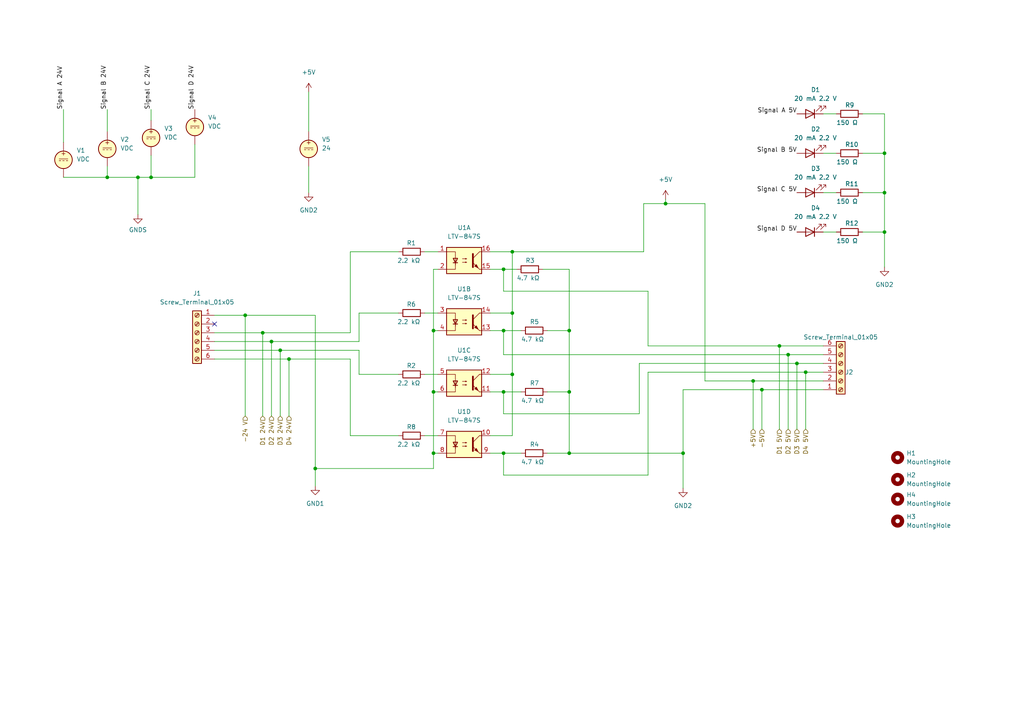
<source format=kicad_sch>
(kicad_sch (version 20230121) (generator eeschema)
  (paper "A4")
  (title_block (title "${project_title} - ${board_title}") (date "2022-08-11") (rev "${git_describe}") (company "${company}") (comment 1 "${drawn_by}") (comment 4 "${git_url}"))
  (lib_symbols
    (symbol "Connector:Screw_Terminal_01x06" (pin_names (offset 1.016) hide)
      (property "Reference" "J" (at 0 7.62 0))
      (property "Value" "Screw_Terminal_01x06" (at 0 -10.16 0))
      (symbol "Screw_Terminal_01x06_1_1"
        (rectangle (start -1.27 6.35) (end 1.27 -8.89) (stroke (width 0.254)) (fill (type background)))
        (circle (center 0 -7.62) (radius 0.635) (stroke (width 0.1524)))
        (circle (center 0 -5.08) (radius 0.635) (stroke (width 0.1524)))
        (circle (center 0 -2.54) (radius 0.635) (stroke (width 0.1524)))
        (polyline (pts (xy -0.5334 -7.2898) (xy 0.3302 -8.128)) (stroke (width 0.1524)))
        (polyline (pts (xy -0.5334 -4.7498) (xy 0.3302 -5.588)) (stroke (width 0.1524)))
        (polyline (pts (xy -0.5334 -2.2098) (xy 0.3302 -3.048)) (stroke (width 0.1524)))
        (polyline (pts (xy -0.5334 0.3302) (xy 0.3302 -0.508)) (stroke (width 0.1524)))
        (polyline (pts (xy -0.5334 2.8702) (xy 0.3302 2.032)) (stroke (width 0.1524)))
        (polyline (pts (xy -0.5334 5.4102) (xy 0.3302 4.572)) (stroke (width 0.1524)))
        (polyline (pts (xy -0.3556 -7.112) (xy 0.508 -7.9502)) (stroke (width 0.1524)))
        (polyline (pts (xy -0.3556 -4.572) (xy 0.508 -5.4102)) (stroke (width 0.1524)))
        (polyline (pts (xy -0.3556 -2.032) (xy 0.508 -2.8702)) (stroke (width 0.1524)))
        (polyline (pts (xy -0.3556 0.508) (xy 0.508 -0.3302)) (stroke (width 0.1524)))
        (polyline (pts (xy -0.3556 3.048) (xy 0.508 2.2098)) (stroke (width 0.1524)))
        (polyline (pts (xy -0.3556 5.588) (xy 0.508 4.7498)) (stroke (width 0.1524)))
        (circle (center 0 0) (radius 0.635) (stroke (width 0.1524)))
        (circle (center 0 2.54) (radius 0.635) (stroke (width 0.1524)))
        (circle (center 0 5.08) (radius 0.635) (stroke (width 0.1524)))
        (pin passive line (at -5.08 5.08 0) (length 3.81) (name "Pin_1") (number "1"))
        (pin passive line (at -5.08 2.54 0) (length 3.81) (name "Pin_2") (number "2"))
        (pin passive line (at -5.08 0 0) (length 3.81) (name "Pin_3") (number "3"))
        (pin passive line (at -5.08 -2.54 0) (length 3.81) (name "Pin_4") (number "4"))
        (pin passive line (at -5.08 -5.08 0) (length 3.81) (name "Pin_5") (number "5"))
        (pin passive line (at -5.08 -7.62 0) (length 3.81) (name "Pin_6") (number "6"))
      )
    )
    (symbol "Device:LED" (pin_numbers hide) (pin_names (offset 1.016) hide)
      (property "Reference" "D" (at 0 2.54 0))
      (property "Value" "LED" (at 0 -2.54 0))
      (symbol "LED_0_1"
        (polyline (pts (xy -1.27 -1.27) (xy -1.27 1.27)) (stroke (width 0.254)))
        (polyline (pts (xy -1.27 0) (xy 1.27 0)))
        (polyline (pts (xy 1.27 -1.27) (xy 1.27 1.27) (xy -1.27 0) (xy 1.27 -1.27)) (stroke (width 0.254)))
        (polyline (pts (xy -3.048 -0.762) (xy -4.572 -2.286) (xy -3.81 -2.286) (xy -4.572 -2.286) (xy -4.572 -1.524)))
        (polyline (pts (xy -1.778 -0.762) (xy -3.302 -2.286) (xy -2.54 -2.286) (xy -3.302 -2.286) (xy -3.302 -1.524)))
      )
      (symbol "LED_1_1"
        (pin passive line (at -3.81 0 0) (length 2.54) (name "K") (number "1"))
        (pin passive line (at 3.81 0 180) (length 2.54) (name "A") (number "2"))
      )
    )
    (symbol "Device:R" (pin_numbers hide) (pin_names (offset 0))
      (property "Reference" "R" (at 2.032 0 90))
      (property "Value" "R" (at 0 0 90))
      (symbol "R_0_1"
        (rectangle (start -1.016 -2.54) (end 1.016 2.54) (stroke (width 0.254)))
      )
      (symbol "R_1_1"
        (pin passive line (at 0 3.81 270) (length 1.27) (name "~") (number "1"))
        (pin passive line (at 0 -3.81 90) (length 1.27) (name "~") (number "2"))
      )
    )
    (symbol "Isolator:LTV-847S" (pin_names (offset 1.016))
      (property "Reference" "U" (at -3.81 5.08 0))
      (property "Value" "LTV-847S" (at 0 -5.08 0))
      (symbol "LTV-847S_0_1"
        (rectangle (start -5.08 3.81) (end 5.08 -3.81) (stroke (width 0.254)) (fill (type background)))
        (polyline (pts (xy -3.175 -0.635) (xy -1.905 -0.635)) (stroke (width 0.254)))
        (polyline (pts (xy 2.54 0.635) (xy 4.445 2.54)))
        (polyline (pts (xy 4.445 -2.54) (xy 2.54 -0.635)) (fill (type outline)))
        (polyline (pts (xy 4.445 -2.54) (xy 5.08 -2.54)))
        (polyline (pts (xy 4.445 2.54) (xy 5.08 2.54)))
        (polyline (pts (xy -2.54 -0.635) (xy -2.54 -2.54) (xy -5.08 -2.54)))
        (polyline (pts (xy 2.54 1.905) (xy 2.54 -1.905) (xy 2.54 -1.905)) (stroke (width 0.508)))
        (polyline (pts (xy -5.08 2.54) (xy -2.54 2.54) (xy -2.54 -1.27) (xy -2.54 0.635)))
        (polyline (pts (xy -2.54 -0.635) (xy -3.175 0.635) (xy -1.905 0.635) (xy -2.54 -0.635)) (stroke (width 0.254)))
        (polyline (pts (xy -0.508 -0.508) (xy 0.762 -0.508) (xy 0.381 -0.635) (xy 0.381 -0.381) (xy 0.762 -0.508)))
        (polyline (pts (xy -0.508 0.508) (xy 0.762 0.508) (xy 0.381 0.381) (xy 0.381 0.635) (xy 0.762 0.508)))
        (polyline (pts (xy 3.048 -1.651) (xy 3.556 -1.143) (xy 4.064 -2.159) (xy 3.048 -1.651) (xy 3.048 -1.651)) (fill (type outline)))
      )
      (symbol "LTV-847S_1_1"
        (pin passive line (at -7.62 2.54 0) (length 2.54) (name "~") (number "1"))
        (pin passive line (at 7.62 -2.54 180) (length 2.54) (name "~") (number "15"))
        (pin passive line (at 7.62 2.54 180) (length 2.54) (name "~") (number "16"))
        (pin passive line (at -7.62 -2.54 0) (length 2.54) (name "~") (number "2"))
      )
      (symbol "LTV-847S_2_1"
        (pin passive line (at 7.62 -2.54 180) (length 2.54) (name "~") (number "13"))
        (pin passive line (at 7.62 2.54 180) (length 2.54) (name "~") (number "14"))
        (pin passive line (at -7.62 2.54 0) (length 2.54) (name "~") (number "3"))
        (pin passive line (at -7.62 -2.54 0) (length 2.54) (name "~") (number "4"))
      )
      (symbol "LTV-847S_3_1"
        (pin passive line (at 7.62 -2.54 180) (length 2.54) (name "~") (number "11"))
        (pin passive line (at 7.62 2.54 180) (length 2.54) (name "~") (number "12"))
        (pin passive line (at -7.62 2.54 0) (length 2.54) (name "~") (number "5"))
        (pin passive line (at -7.62 -2.54 0) (length 2.54) (name "~") (number "6"))
      )
      (symbol "LTV-847S_4_1"
        (pin passive line (at 7.62 2.54 180) (length 2.54) (name "~") (number "10"))
        (pin passive line (at -7.62 2.54 0) (length 2.54) (name "~") (number "7"))
        (pin passive line (at -7.62 -2.54 0) (length 2.54) (name "~") (number "8"))
        (pin passive line (at 7.62 -2.54 180) (length 2.54) (name "~") (number "9"))
      )
    )
    (symbol "Mechanical:MountingHole" (pin_names (offset 1.016))
      (property "Reference" "H" (at 0 5.08 0))
      (property "Value" "MountingHole" (at 0 3.175 0))
      (symbol "MountingHole_0_1"
        (circle (center 0 0) (radius 1.27) (stroke (width 1.27)))
      )
    )
    (symbol "Simulation_SPICE:VDC" (pin_numbers hide) (pin_names (offset 0.0254))
      (property "Reference" "V" (at 2.54 2.54 0))
      (property "Value" "VDC" (at 2.54 0 0))
      (property "Spice_Model" "dc(1)" (at 2.54 -2.54 0))
      (symbol "VDC_0_0"
        (polyline (pts (xy -1.27 0.254) (xy 1.27 0.254)))
        (polyline (pts (xy -0.762 -0.254) (xy -1.27 -0.254)))
        (polyline (pts (xy 0.254 -0.254) (xy -0.254 -0.254)))
        (polyline (pts (xy 1.27 -0.254) (xy 0.762 -0.254)))
        (text "+" (at 0 1.905 0) (effects (font (size 1.27 1.27))))
      )
      (symbol "VDC_0_1"
        (circle (center 0 0) (radius 2.54) (stroke (width 0.254)) (fill (type background)))
      )
      (symbol "VDC_1_1"
        (pin passive line (at 0 5.08 270) (length 2.54) (name "~") (number "1"))
        (pin passive line (at 0 -5.08 90) (length 2.54) (name "~") (number "2"))
      )
    )
    (symbol "power:+5V" (power) (pin_names (offset 0))
      (property "Value" "+5V" (at 0 3.556 0))
      (symbol "+5V_0_1"
        (polyline (pts (xy -0.762 1.27) (xy 0 2.54)))
        (polyline (pts (xy 0 0) (xy 0 2.54)))
        (polyline (pts (xy 0 2.54) (xy 0.762 1.27)))
      )
      (symbol "+5V_1_1"
        (pin power_in line (at 0 0 90) (length 0) hide (name "+5V") (number "1"))
      )
    )
    (symbol "power:GND1" (power) (pin_names (offset 0))
      (property "Value" "GND1" (at 0 -3.81 0))
      (symbol "GND1_0_1"
        (polyline (pts (xy 0 0) (xy 0 -1.27) (xy 1.27 -1.27) (xy 0 -2.54) (xy -1.27 -1.27) (xy 0 -1.27)))
      )
      (symbol "GND1_1_1"
        (pin power_in line (at 0 0 270) (length 0) hide (name "GND1") (number "1"))
      )
    )
    (symbol "power:GND2" (power) (pin_names (offset 0))
      (property "Value" "GND2" (at 0 -3.81 0))
      (symbol "GND2_0_1"
        (polyline (pts (xy 0 0) (xy 0 -1.27) (xy 1.27 -1.27) (xy 0 -2.54) (xy -1.27 -1.27) (xy 0 -1.27)))
      )
      (symbol "GND2_1_1"
        (pin power_in line (at 0 0 270) (length 0) hide (name "GND2") (number "1"))
      )
    )
    (symbol "power:GNDS" (power) (pin_names (offset 0))
      (property "Value" "GNDS" (at 0 -3.81 0))
      (symbol "GNDS_0_1"
        (polyline (pts (xy 0 0) (xy 0 -1.27) (xy 1.27 -1.27) (xy 0 -2.54) (xy -1.27 -1.27) (xy 0 -1.27)))
      )
      (symbol "GNDS_1_1"
        (pin power_in line (at 0 0 270) (length 0) hide (name "GNDS") (number "1"))
      )
    )
  )
  (junction (at 146.05 131.445))
  (junction (at 220.98 113.03))
  (junction (at 76.2 96.52))
  (junction (at 165.1 131.445))
  (junction (at 71.12 91.44))
  (junction (at 148.59 73.025))
  (junction (at 165.1 113.665))
  (junction (at 198.12 131.445))
  (junction (at 233.68 107.95))
  (junction (at 81.28 101.6))
  (junction (at 256.54 67.31))
  (junction (at 148.59 108.585))
  (junction (at 146.05 95.885))
  (junction (at 78.74 99.06))
  (junction (at 146.05 113.665))
  (junction (at 256.54 44.45))
  (junction (at 125.73 95.885))
  (junction (at 231.14 105.41))
  (junction (at 165.1 95.885))
  (junction (at 40.005 51.435))
  (junction (at 125.73 131.445))
  (junction (at 43.815 51.435))
  (junction (at 218.44 110.49))
  (junction (at 226.06 100.33))
  (junction (at 148.59 90.805))
  (junction (at 193.04 59.055))
  (junction (at 146.05 78.105))
  (junction (at 31.115 51.435))
  (junction (at 256.54 55.88))
  (junction (at 125.73 113.665))
  (junction (at 228.6 102.87))
  (junction (at 91.44 135.89))
  (junction (at 83.82 104.14))
  (no_connect (at 62.23 93.98))
  (wire (pts (xy 125.73 113.665) (xy 127 113.665)))
  (wire (pts (xy 142.24 95.885) (xy 146.05 95.885)))
  (wire (pts (xy 204.47 110.49) (xy 204.47 59.055)))
  (wire (pts (xy 226.06 100.33) (xy 226.06 124.46)))
  (wire (pts (xy 31.115 51.435) (xy 40.005 51.435)))
  (wire (pts (xy 148.59 90.805) (xy 148.59 108.585)))
  (wire (pts (xy 123.19 108.585) (xy 127 108.585)))
  (wire (pts (xy 187.96 100.33) (xy 187.96 84.455)))
  (wire (pts (xy 148.59 90.805) (xy 148.59 73.025)))
  (wire (pts (xy 18.415 51.435) (xy 31.115 51.435)))
  (wire (pts (xy 142.24 113.665) (xy 146.05 113.665)))
  (wire (pts (xy 89.535 48.26) (xy 89.535 55.88)))
  (wire (pts (xy 101.6 73.025) (xy 101.6 96.52)))
  (wire (pts (xy 198.12 113.03) (xy 220.98 113.03)))
  (wire (pts (xy 256.54 55.88) (xy 256.54 44.45)))
  (wire (pts (xy 165.1 78.105) (xy 165.1 95.885)))
  (wire (pts (xy 220.98 113.03) (xy 220.98 124.46)))
  (wire (pts (xy 146.05 95.885) (xy 151.13 95.885)))
  (wire (pts (xy 71.12 91.44) (xy 71.12 120.65)))
  (wire (pts (xy 231.14 105.41) (xy 238.76 105.41)))
  (wire (pts (xy 43.815 34.925) (xy 43.815 31.75)))
  (wire (pts (xy 238.76 67.31) (xy 242.57 67.31)))
  (wire (pts (xy 62.23 99.06) (xy 78.74 99.06)))
  (wire (pts (xy 31.115 48.26) (xy 31.115 51.435)))
  (wire (pts (xy 125.73 131.445) (xy 127 131.445)))
  (wire (pts (xy 226.06 100.33) (xy 187.96 100.33)))
  (wire (pts (xy 62.23 104.14) (xy 83.82 104.14)))
  (wire (pts (xy 198.12 131.445) (xy 198.12 141.605)))
  (wire (pts (xy 158.75 131.445) (xy 165.1 131.445)))
  (wire (pts (xy 158.75 113.665) (xy 165.1 113.665)))
  (wire (pts (xy 256.54 44.45) (xy 256.54 33.02)))
  (wire (pts (xy 125.73 131.445) (xy 125.73 135.89)))
  (wire (pts (xy 148.59 108.585) (xy 148.59 126.365)))
  (wire (pts (xy 62.23 96.52) (xy 76.2 96.52)))
  (wire (pts (xy 220.98 113.03) (xy 238.76 113.03)))
  (wire (pts (xy 148.59 73.025) (xy 186.69 73.025)))
  (wire (pts (xy 104.14 108.585) (xy 104.14 101.6)))
  (wire (pts (xy 142.24 78.105) (xy 146.05 78.105)))
  (wire (pts (xy 123.19 90.805) (xy 127 90.805)))
  (wire (pts (xy 125.73 78.105) (xy 125.73 95.885)))
  (wire (pts (xy 78.74 99.06) (xy 104.14 99.06)))
  (wire (pts (xy 43.815 51.435) (xy 56.515 51.435)))
  (wire (pts (xy 115.57 73.025) (xy 101.6 73.025)))
  (wire (pts (xy 233.68 107.95) (xy 238.76 107.95)))
  (wire (pts (xy 256.54 55.88) (xy 250.19 55.88)))
  (wire (pts (xy 231.14 105.41) (xy 231.14 124.46)))
  (wire (pts (xy 123.19 126.365) (xy 127 126.365)))
  (wire (pts (xy 101.6 104.14) (xy 101.6 126.365)))
  (wire (pts (xy 71.12 91.44) (xy 91.44 91.44)))
  (wire (pts (xy 146.05 84.455) (xy 187.96 84.455)))
  (wire (pts (xy 62.23 101.6) (xy 81.28 101.6)))
  (wire (pts (xy 81.28 101.6) (xy 81.28 120.65)))
  (wire (pts (xy 83.82 104.14) (xy 101.6 104.14)))
  (wire (pts (xy 115.57 108.585) (xy 104.14 108.585)))
  (wire (pts (xy 101.6 126.365) (xy 115.57 126.365)))
  (wire (pts (xy 238.76 55.88) (xy 242.57 55.88)))
  (wire (pts (xy 146.05 95.885) (xy 146.05 102.87)))
  (wire (pts (xy 56.515 41.91) (xy 56.515 51.435)))
  (wire (pts (xy 104.14 90.805) (xy 115.57 90.805)))
  (wire (pts (xy 233.68 107.95) (xy 233.68 124.46)))
  (wire (pts (xy 40.005 51.435) (xy 40.005 62.23)))
  (wire (pts (xy 18.415 31.75) (xy 18.415 41.275)))
  (wire (pts (xy 146.05 113.665) (xy 151.13 113.665)))
  (wire (pts (xy 193.04 59.055) (xy 204.47 59.055)))
  (wire (pts (xy 76.2 96.52) (xy 101.6 96.52)))
  (wire (pts (xy 89.535 26.67) (xy 89.535 38.1)))
  (wire (pts (xy 146.05 102.87) (xy 228.6 102.87)))
  (wire (pts (xy 165.1 113.665) (xy 165.1 131.445)))
  (wire (pts (xy 146.05 78.105) (xy 146.05 84.455)))
  (wire (pts (xy 187.96 107.95) (xy 233.68 107.95)))
  (wire (pts (xy 40.005 51.435) (xy 43.815 51.435)))
  (wire (pts (xy 256.54 33.02) (xy 250.19 33.02)))
  (wire (pts (xy 146.05 131.445) (xy 151.13 131.445)))
  (wire (pts (xy 125.73 95.885) (xy 127 95.885)))
  (wire (pts (xy 83.82 104.14) (xy 83.82 120.65)))
  (wire (pts (xy 228.6 102.87) (xy 238.76 102.87)))
  (wire (pts (xy 146.05 120.015) (xy 185.42 120.015)))
  (wire (pts (xy 218.44 110.49) (xy 238.76 110.49)))
  (wire (pts (xy 165.1 95.885) (xy 165.1 113.665)))
  (wire (pts (xy 157.48 78.105) (xy 165.1 78.105)))
  (wire (pts (xy 78.74 99.06) (xy 78.74 120.65)))
  (wire (pts (xy 146.05 137.795) (xy 187.96 137.795)))
  (wire (pts (xy 76.2 96.52) (xy 76.2 120.65)))
  (wire (pts (xy 142.24 108.585) (xy 148.59 108.585)))
  (wire (pts (xy 238.76 33.02) (xy 242.57 33.02)))
  (wire (pts (xy 146.05 78.105) (xy 149.86 78.105)))
  (wire (pts (xy 256.54 44.45) (xy 250.19 44.45)))
  (wire (pts (xy 91.44 135.89) (xy 91.44 140.97)))
  (wire (pts (xy 198.12 113.03) (xy 198.12 131.445)))
  (wire (pts (xy 91.44 135.89) (xy 91.44 91.44)))
  (wire (pts (xy 142.24 90.805) (xy 148.59 90.805)))
  (wire (pts (xy 142.24 126.365) (xy 148.59 126.365)))
  (wire (pts (xy 185.42 120.015) (xy 185.42 105.41)))
  (wire (pts (xy 125.73 135.89) (xy 91.44 135.89)))
  (wire (pts (xy 186.69 73.025) (xy 186.69 59.055)))
  (wire (pts (xy 250.19 67.31) (xy 256.54 67.31)))
  (wire (pts (xy 256.54 67.31) (xy 256.54 55.88)))
  (wire (pts (xy 193.04 57.785) (xy 193.04 59.055)))
  (wire (pts (xy 146.05 131.445) (xy 146.05 137.795)))
  (wire (pts (xy 238.76 44.45) (xy 242.57 44.45)))
  (wire (pts (xy 142.24 73.025) (xy 148.59 73.025)))
  (wire (pts (xy 165.1 131.445) (xy 198.12 131.445)))
  (wire (pts (xy 43.815 45.085) (xy 43.815 51.435)))
  (wire (pts (xy 31.115 31.75) (xy 31.115 38.1)))
  (wire (pts (xy 228.6 102.87) (xy 228.6 124.46)))
  (wire (pts (xy 125.73 95.885) (xy 125.73 113.665)))
  (wire (pts (xy 238.76 100.33) (xy 226.06 100.33)))
  (wire (pts (xy 146.05 113.665) (xy 146.05 120.015)))
  (wire (pts (xy 158.75 95.885) (xy 165.1 95.885)))
  (wire (pts (xy 256.54 67.31) (xy 256.54 77.47)))
  (wire (pts (xy 125.73 113.665) (xy 125.73 131.445)))
  (wire (pts (xy 204.47 110.49) (xy 218.44 110.49)))
  (wire (pts (xy 104.14 90.805) (xy 104.14 99.06)))
  (wire (pts (xy 218.44 110.49) (xy 218.44 124.46)))
  (wire (pts (xy 62.23 91.44) (xy 71.12 91.44)))
  (wire (pts (xy 186.69 59.055) (xy 193.04 59.055)))
  (wire (pts (xy 185.42 105.41) (xy 231.14 105.41)))
  (wire (pts (xy 123.19 73.025) (xy 127 73.025)))
  (wire (pts (xy 81.28 101.6) (xy 104.14 101.6)))
  (wire (pts (xy 187.96 107.95) (xy 187.96 137.795)))
  (wire (pts (xy 142.24 131.445) (xy 146.05 131.445)))
  (wire (pts (xy 125.73 78.105) (xy 127 78.105)))
  (label "Signal D 24V" (at 56.515 31.75 90))
  (label "Signal A 24V" (at 18.415 31.75 90))
  (label "Signal B 5V" (at 231.14 44.45 180))
  (label "Signal A 5V" (at 231.14 33.02 180))
  (label "Signal C 24V" (at 43.815 31.75 90))
  (label "Signal C 5V" (at 231.14 55.88 180))
  (label "Signal D 5V" (at 231.14 67.31 180))
  (label "Signal B 24V" (at 31.115 31.75 90))
  (hierarchical_label "-5V" (shape input) (at 220.98 124.46 270))
  (hierarchical_label "D2 5V" (shape input) (at 228.6 124.46 270))
  (hierarchical_label "D1 5V" (shape input) (at 226.06 124.46 270))
  (hierarchical_label "D4 5V" (shape input) (at 233.68 124.46 270))
  (hierarchical_label "D2 24V" (shape input) (at 78.74 120.65 270))
  (hierarchical_label "D3 5V" (shape input) (at 231.14 124.46 270))
  (hierarchical_label "D4 24V" (shape input) (at 83.82 120.65 270))
  (hierarchical_label "+5V" (shape input) (at 218.44 124.46 270))
  (hierarchical_label "D3 24V" (shape input) (at 81.28 120.65 270))
  (hierarchical_label "-24 V" (shape input) (at 71.12 120.65 270))
  (hierarchical_label "D1 24V" (shape input) (at 76.2 120.65 270))
  (symbol (lib_id "Simulation_SPICE:VDC") (at 43.815 40.005 0) (unit 1)
    (property "Reference" "V3" (at 47.625 37.2751 0) (effects (justify left)))
    (property "Value" "VDC" (at 47.625 39.8151 0) (effects (justify left)))
    (property "Sim.Device" "SPICE" (effects hide))
    (property "Sim.Params" "type=\"V\" model=\"dc 24 pulse(0 24 2)\" lib=\"\"" (effects hide))
    (property "Sim.Pins" "1=1 2=2" (effects hide))
  )
  (symbol (lib_id "Device:R") (at 154.94 95.885 270) (mirror x) (unit 1)
    (property "Reference" "R5" (at 153.67 93.345 90) (effects (justify left)))
    (property "Value" "4.7 kΩ" (at 151.13 98.425 90) (effects (justify left)))
    (property "Footprint" "Resistor_SMD:R_0805_2012Metric" (effects hide))
  )
  (symbol (lib_id "power:GNDS") (at 40.005 62.23 0) (unit 1)
    (property "Reference" "#PWR0103" (effects hide))
    (property "Value" "GNDS" (at 40.005 66.675 0))
  )
  (symbol (lib_id "Isolator:LTV-847S") (at 134.62 75.565 0) (unit 1)
    (property "Reference" "U1" (at 134.62 66.04 0))
    (property "Value" "LTV-847S" (at 134.62 68.58 0))
    (property "Footprint" "Package_DIP:SMDIP-16_W9.53mm" (effects hide))
    (property "Datasheet" "http://www.us.liteon.com/downloads/LTV-817-827-847.PDF" (effects hide))
  )
  (symbol (lib_id "Mechanical:MountingHole") (at 260.35 151.13 0) (unit 1)
    (property "Reference" "H3" (at 262.89 149.8599 0) (effects (justify left)))
    (property "Value" "MountingHole" (at 262.89 152.3999 0) (effects (justify left)))
    (property "Footprint" "MountingHole:MountingHole_2.7mm_M2.5" (effects hide))
  )
  (symbol (lib_id "Simulation_SPICE:VDC") (at 56.515 36.83 0) (unit 1)
    (property "Reference" "V4" (at 60.325 34.1001 0) (effects (justify left)))
    (property "Value" "VDC" (at 60.325 36.6401 0) (effects (justify left)))
    (property "Sim.Device" "SPICE" (effects hide))
    (property "Sim.Params" "type=\"V\" model=\"dc 24 pulse(0 24 2)\" lib=\"\"" (effects hide))
    (property "Sim.Pins" "1=1 2=2" (effects hide))
  )
  (symbol (lib_id "power:+5V") (at 193.04 57.785 0) (unit 1)
    (property "Reference" "#PWR04" (effects hide))
    (property "Value" "+5V" (at 193.04 52.07 0))
  )
  (symbol (lib_id "power:+5V") (at 89.535 26.67 0) (unit 1)
    (property "Reference" "#PWR01" (effects hide))
    (property "Value" "+5V" (at 89.535 20.955 0))
  )
  (symbol (lib_id "Connector:Screw_Terminal_01x06") (at 57.15 96.52 0) (mirror y) (unit 1)
    (property "Reference" "J1" (at 57.15 85.09 0))
    (property "Value" "Screw_Terminal_01x05" (at 57.15 87.63 0))
    (property "Footprint" "Connector_Phoenix_MSTB:PhoenixContact_MSTBVA_2,5_6-G-5,08_1x06_P5.08mm_Vertical" (effects hide))
    (property "MPN1" "Phoenix Contacts:1755778" (effects hide))
    (property "SKU1" "Mouser:651-1755778" (effects hide))
  )
  (symbol (lib_id "Isolator:LTV-847S") (at 134.62 93.345 0) (unit 2)
    (property "Reference" "U1" (at 134.62 83.82 0))
    (property "Value" "LTV-847S" (at 134.62 86.36 0))
    (property "Footprint" "Package_DIP:SMDIP-16_W9.53mm" (effects hide))
    (property "Datasheet" "http://www.us.liteon.com/downloads/LTV-817-827-847.PDF" (effects hide))
  )
  (symbol (lib_id "Device:R") (at 246.38 55.88 270) (mirror x) (unit 1)
    (property "Reference" "R11" (at 245.11 53.34 90) (effects (justify left)))
    (property "Value" "150 Ω" (at 242.57 58.42 90) (effects (justify left)))
    (property "Footprint" "Resistor_SMD:R_0805_2012Metric" (effects hide))
  )
  (symbol (lib_id "Device:R") (at 119.38 108.585 90) (mirror x) (unit 1)
    (property "Reference" "R2" (at 120.65 106.045 90) (effects (justify left)))
    (property "Value" "2.2 kΩ" (at 121.92 111.125 90) (effects (justify left)))
    (property "Footprint" "Resistor_SMD:R_0805_2012Metric" (effects hide))
  )
  (symbol (lib_id "Mechanical:MountingHole") (at 260.35 132.715 0) (unit 1)
    (property "Reference" "H1" (at 262.89 131.4449 0) (effects (justify left)))
    (property "Value" "MountingHole" (at 262.89 133.9849 0) (effects (justify left)))
    (property "Footprint" "MountingHole:MountingHole_2.7mm_M2.5" (effects hide))
  )
  (symbol (lib_id "Device:R") (at 153.67 78.105 270) (mirror x) (unit 1)
    (property "Reference" "R3" (at 152.4 75.565 90) (effects (justify left)))
    (property "Value" "4.7 kΩ" (at 149.86 80.645 90) (effects (justify left)))
    (property "Footprint" "Resistor_SMD:R_0805_2012Metric" (effects hide))
  )
  (symbol (lib_id "power:GND1") (at 91.44 140.97 0) (unit 1)
    (property "Reference" "#PWR03" (effects hide))
    (property "Value" "GND1" (at 91.44 146.05 0))
  )
  (symbol (lib_id "Device:R") (at 119.38 73.025 90) (mirror x) (unit 1)
    (property "Reference" "R1" (at 120.65 70.485 90) (effects (justify left)))
    (property "Value" "2.2 kΩ" (at 121.92 75.565 90) (effects (justify left)))
    (property "Footprint" "Resistor_SMD:R_0805_2012Metric" (effects hide))
  )
  (symbol (lib_id "Device:R") (at 246.38 44.45 270) (mirror x) (unit 1)
    (property "Reference" "R10" (at 245.11 41.91 90) (effects (justify left)))
    (property "Value" "150 Ω" (at 242.57 46.99 90) (effects (justify left)))
    (property "Footprint" "Resistor_SMD:R_0805_2012Metric" (effects hide))
  )
  (symbol (lib_id "Device:LED") (at 234.95 33.02 180) (unit 1)
    (property "Reference" "D1" (at 236.5375 26.035 0))
    (property "Value" "20 mA 2.2 V" (at 236.5375 28.575 0))
    (property "Footprint" "LED_SMD:LED_0805_2012Metric" (effects hide))
    (property "MPN1" "ROHM: SML-H12Y8TT86" (effects hide))
    (property "SKU1" "Mouser:755-SML-H12Y8TT86 " (effects hide))
  )
  (symbol (lib_id "Connector:Screw_Terminal_01x06") (at 243.84 107.95 0) (mirror x) (unit 1)
    (property "Reference" "J2" (at 245.11 107.9501 0) (effects (justify left)))
    (property "Value" "Screw_Terminal_01x05" (at 243.84 97.79 0))
    (property "Footprint" "Connector_Phoenix_MSTB:PhoenixContact_MSTBVA_2,5_6-G-5,08_1x06_P5.08mm_Vertical" (effects hide))
    (property "MPN1" "Phoenix Contacts:1755778" (effects hide))
    (property "SKU1" "Mouser:651-1755778" (effects hide))
  )
  (symbol (lib_id "Isolator:LTV-847S") (at 134.62 111.125 0) (unit 3)
    (property "Reference" "U1" (at 134.62 101.6 0))
    (property "Value" "LTV-847S" (at 134.62 104.14 0))
    (property "Footprint" "Package_DIP:SMDIP-16_W9.53mm" (effects hide))
    (property "Datasheet" "http://www.us.liteon.com/downloads/LTV-817-827-847.PDF" (effects hide))
  )
  (symbol (lib_id "Simulation_SPICE:VDC") (at 18.415 46.355 0) (unit 1)
    (property "Reference" "V1" (at 22.225 43.6251 0) (effects (justify left)))
    (property "Value" "VDC" (at 22.225 46.1651 0) (effects (justify left)))
    (property "Sim.Device" "SPICE" (effects hide))
    (property "Sim.Params" "type=\"V\" model=\"dc 24 pulse(0 24 2)\" lib=\"\"" (effects hide))
    (property "Sim.Pins" "1=1 2=2" (effects hide))
  )
  (symbol (lib_id "Device:LED") (at 234.95 55.88 180) (unit 1)
    (property "Reference" "D3" (at 236.5375 48.895 0))
    (property "Value" "20 mA 2.2 V" (at 236.5375 51.435 0))
    (property "Footprint" "LED_SMD:LED_0805_2012Metric" (effects hide))
    (property "MPN1" "ROHM: SML-H12Y8TT86" (effects hide))
    (property "SKU1" "Mouser:755-SML-H12Y8TT86 " (effects hide))
  )
  (symbol (lib_id "Mechanical:MountingHole") (at 260.35 139.065 0) (unit 1)
    (property "Reference" "H2" (at 262.89 137.7949 0) (effects (justify left)))
    (property "Value" "MountingHole" (at 262.89 140.3349 0) (effects (justify left)))
    (property "Footprint" "MountingHole:MountingHole_2.7mm_M2.5" (effects hide))
  )
  (symbol (lib_id "Device:LED") (at 234.95 67.31 180) (unit 1)
    (property "Reference" "D4" (at 236.5375 60.325 0))
    (property "Value" "20 mA 2.2 V" (at 236.5375 62.865 0))
    (property "Footprint" "LED_SMD:LED_0805_2012Metric" (effects hide))
    (property "MPN1" "ROHM: SML-H12Y8TT86" (effects hide))
    (property "SKU1" "Mouser:755-SML-H12Y8TT86 " (effects hide))
  )
  (symbol (lib_id "Device:R") (at 246.38 33.02 270) (mirror x) (unit 1)
    (property "Reference" "R9" (at 245.11 30.48 90) (effects (justify left)))
    (property "Value" "150 Ω" (at 242.57 35.56 90) (effects (justify left)))
    (property "Footprint" "Resistor_SMD:R_0805_2012Metric" (effects hide))
  )
  (symbol (lib_id "Device:R") (at 119.38 126.365 90) (mirror x) (unit 1)
    (property "Reference" "R8" (at 120.65 123.825 90) (effects (justify left)))
    (property "Value" "2.2 kΩ" (at 121.92 128.905 90) (effects (justify left)))
    (property "Footprint" "Resistor_SMD:R_0805_2012Metric" (effects hide))
  )
  (symbol (lib_id "Isolator:LTV-847S") (at 134.62 128.905 0) (unit 4)
    (property "Reference" "U1" (at 134.62 119.38 0))
    (property "Value" "LTV-847S" (at 134.62 121.92 0))
    (property "Footprint" "Package_DIP:SMDIP-16_W9.53mm" (effects hide))
    (property "Datasheet" "http://www.us.liteon.com/downloads/LTV-817-827-847.PDF" (effects hide))
  )
  (symbol (lib_id "power:GND2") (at 256.54 77.47 0) (unit 1)
    (property "Reference" "#PWR06" (effects hide))
    (property "Value" "GND2" (at 256.54 82.55 0))
  )
  (symbol (lib_id "Device:R") (at 154.94 113.665 270) (mirror x) (unit 1)
    (property "Reference" "R7" (at 153.67 111.125 90) (effects (justify left)))
    (property "Value" "4.7 kΩ" (at 151.13 116.205 90) (effects (justify left)))
    (property "Footprint" "Resistor_SMD:R_0805_2012Metric" (effects hide))
  )
  (symbol (lib_id "Device:R") (at 119.38 90.805 90) (mirror x) (unit 1)
    (property "Reference" "R6" (at 120.65 88.265 90) (effects (justify left)))
    (property "Value" "2.2 kΩ" (at 121.92 93.345 90) (effects (justify left)))
    (property "Footprint" "Resistor_SMD:R_0805_2012Metric" (effects hide))
  )
  (symbol (lib_id "power:GND2") (at 89.535 55.88 0) (unit 1)
    (property "Reference" "#PWR02" (effects hide))
    (property "Value" "GND2" (at 89.535 60.96 0))
  )
  (symbol (lib_id "Simulation_SPICE:VDC") (at 31.115 43.18 0) (unit 1)
    (property "Reference" "V2" (at 34.925 40.4501 0) (effects (justify left)))
    (property "Value" "VDC" (at 34.925 42.9901 0) (effects (justify left)))
    (property "Sim.Device" "SPICE" (effects hide))
    (property "Sim.Params" "type=\"V\" model=\"dc 24 pulse(24 0 2)\" lib=\"\"" (effects hide))
    (property "Sim.Pins" "1=1 2=2" (effects hide))
  )
  (symbol (lib_id "Device:LED") (at 234.95 44.45 180) (unit 1)
    (property "Reference" "D2" (at 236.5375 37.465 0))
    (property "Value" "20 mA 2.2 V" (at 236.5375 40.005 0))
    (property "Footprint" "LED_SMD:LED_0805_2012Metric" (effects hide))
    (property "MPN1" "ROHM: SML-H12Y8TT86" (effects hide))
    (property "SKU1" "Mouser:755-SML-H12Y8TT86 " (effects hide))
  )
  (symbol (lib_id "Mechanical:MountingHole") (at 260.35 144.78 0) (unit 1)
    (property "Reference" "H4" (at 262.89 143.5099 0) (effects (justify left)))
    (property "Value" "MountingHole" (at 262.89 146.0499 0) (effects (justify left)))
    (property "Footprint" "MountingHole:MountingHole_2.7mm_M2.5" (effects hide))
  )
  (symbol (lib_id "power:GND2") (at 198.12 141.605 0) (unit 1)
    (property "Reference" "#PWR05" (effects hide))
    (property "Value" "GND2" (at 198.12 146.685 0))
  )
  (symbol (lib_id "Device:R") (at 246.38 67.31 270) (mirror x) (unit 1)
    (property "Reference" "R12" (at 245.11 64.77 90) (effects (justify left)))
    (property "Value" "150 Ω" (at 242.57 69.85 90) (effects (justify left)))
    (property "Footprint" "Resistor_SMD:R_0805_2012Metric" (effects hide))
  )
  (symbol (lib_id "Device:R") (at 154.94 131.445 270) (mirror x) (unit 1)
    (property "Reference" "R4" (at 153.67 128.905 90) (effects (justify left)))
    (property "Value" "4.7 kΩ" (at 151.13 133.985 90) (effects (justify left)))
    (property "Footprint" "Resistor_SMD:R_0805_2012Metric" (effects hide))
  )
  (symbol (lib_id "Simulation_SPICE:VDC") (at 89.535 43.18 0) (unit 1)
    (property "Reference" "V5" (at 93.345 40.4501 0) (effects (justify left)))
    (property "Value" "24" (at 93.345 42.9901 0) (effects (justify left)))
    (property "Sim.Device" "V" (effects hide))
    (property "Sim.Type" "DC" (effects hide))
    (property "Sim.Pins" "1=+ 2=-" (effects hide))
  )
)
</source>
